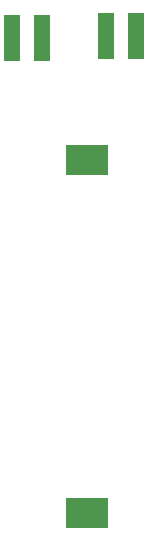
<source format=gbp>
G04 EAGLE Gerber X2 export*
G75*
%MOMM*%
%FSLAX34Y34*%
%LPD*%
%AMOC8*
5,1,8,0,0,1.08239X$1,22.5*%
G01*
%ADD10R,3.600000X2.600000*%
%ADD11R,1.400000X4.000000*%


D10*
X200025Y333375D03*
X200025Y34925D03*
D11*
X215900Y438468D03*
X241300Y438468D03*
X136525Y436880D03*
X161925Y436880D03*
M02*

</source>
